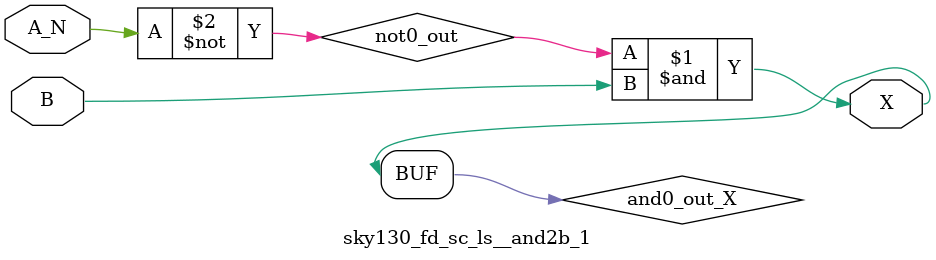
<source format=v>
/*
 * Copyright 2020 The SkyWater PDK Authors
 *
 * Licensed under the Apache License, Version 2.0 (the "License");
 * you may not use this file except in compliance with the License.
 * You may obtain a copy of the License at
 *
 *     https://www.apache.org/licenses/LICENSE-2.0
 *
 * Unless required by applicable law or agreed to in writing, software
 * distributed under the License is distributed on an "AS IS" BASIS,
 * WITHOUT WARRANTIES OR CONDITIONS OF ANY KIND, either express or implied.
 * See the License for the specific language governing permissions and
 * limitations under the License.
 *
 * SPDX-License-Identifier: Apache-2.0
*/


`ifndef SKY130_FD_SC_LS__AND2B_1_FUNCTIONAL_V
`define SKY130_FD_SC_LS__AND2B_1_FUNCTIONAL_V

/**
 * and2b: 2-input AND, first input inverted.
 *
 * Verilog simulation functional model.
 */

`timescale 1ns / 1ps
`default_nettype none

`celldefine
module sky130_fd_sc_ls__and2b_1 (
    X  ,
    A_N,
    B
);

    // Module ports
    output X  ;
    input  A_N;
    input  B  ;

    // Local signals
    wire not0_out  ;
    wire and0_out_X;

    //  Name  Output      Other arguments
    not not0 (not0_out  , A_N            );
    and and0 (and0_out_X, not0_out, B    );
    buf buf0 (X         , and0_out_X     );

endmodule
`endcelldefine

`default_nettype wire
`endif  // SKY130_FD_SC_LS__AND2B_1_FUNCTIONAL_V

</source>
